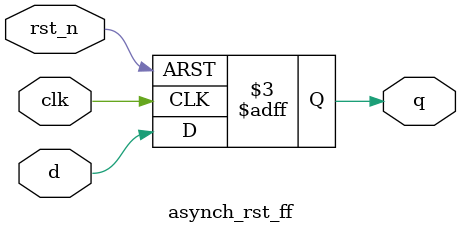
<source format=sv>
module rst_synch(RST_n, clk, rst_n);

input RST_n, clk;
output rst_n;

logic temp;

asynch_rst_ff iFF1(.d(1'b1), .clk(clk), .rst_n(RST_n), .q(temp));
asynch_rst_ff iFF2(.d(temp), .clk(clk), .rst_n(RST_n), .q(rst_n));

endmodule 


module asynch_rst_ff(d, clk, rst_n, q);

input d, clk, rst_n;
output reg q;

always_ff @(negedge clk, negedge rst_n)
  if (!rst_n)
    q <= 1'b0; // asynch reset
  else
    q <= d;    // hold value

endmodule 
</source>
